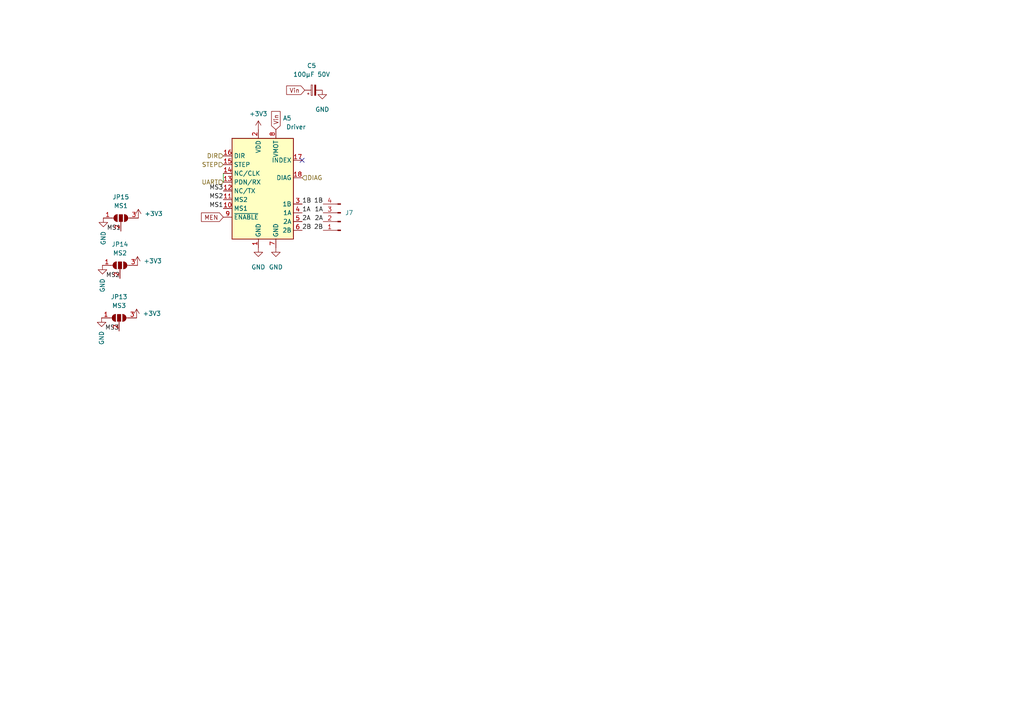
<source format=kicad_sch>
(kicad_sch (version 20211123) (generator eeschema)
  (paper "A4")
  (lib_symbols
    (symbol "Connector:Conn_01x04_Male" (pin_names (offset 1.016) hide)
      (property "Reference" "J" (at 0 5.08 0))
      (property "Value" "Conn_01x04_Male" (at 0 -7.62 0))
      (symbol "Conn_01x04_Male_1_1"
        (polyline (pts (xy 1.27 -5.08) (xy 0.8636 -5.08)) (stroke (width 0.1524)))
        (polyline (pts (xy 1.27 -2.54) (xy 0.8636 -2.54)) (stroke (width 0.1524)))
        (polyline (pts (xy 1.27 0) (xy 0.8636 0)) (stroke (width 0.1524)))
        (polyline (pts (xy 1.27 2.54) (xy 0.8636 2.54)) (stroke (width 0.1524)))
        (rectangle (start 0.8636 -4.953) (end 0 -5.207) (stroke (width 0.1524)) (fill (type outline)))
        (rectangle (start 0.8636 -2.413) (end 0 -2.667) (stroke (width 0.1524)) (fill (type outline)))
        (rectangle (start 0.8636 0.127) (end 0 -0.127) (stroke (width 0.1524)) (fill (type outline)))
        (rectangle (start 0.8636 2.667) (end 0 2.413) (stroke (width 0.1524)) (fill (type outline)))
        (pin passive line (at 5.08 2.54 180) (length 3.81) (name "Pin_1") (number "1"))
        (pin passive line (at 5.08 0 180) (length 3.81) (name "Pin_2") (number "2"))
        (pin passive line (at 5.08 -2.54 180) (length 3.81) (name "Pin_3") (number "3"))
        (pin passive line (at 5.08 -5.08 180) (length 3.81) (name "Pin_4") (number "4"))
      )
    )
    (symbol "Device:C_Polarized_Small" (pin_numbers hide) (pin_names (offset 0.254) hide)
      (property "Reference" "C" (at 0.254 1.778 0))
      (property "Value" "C_Polarized_Small" (at 0.254 -2.032 0))
      (symbol "C_Polarized_Small_0_1"
        (rectangle (start -1.524 -0.3048) (end 1.524 -0.6858) (fill (type outline)))
        (rectangle (start -1.524 0.6858) (end 1.524 0.3048))
        (polyline (pts (xy -1.27 1.524) (xy -0.762 1.524)))
        (polyline (pts (xy -1.016 1.27) (xy -1.016 1.778)))
      )
      (symbol "C_Polarized_Small_1_1"
        (pin passive line (at 0 2.54 270) (length 1.8542) (name "~") (number "1"))
        (pin passive line (at 0 -2.54 90) (length 1.8542) (name "~") (number "2"))
      )
    )
    (symbol "Jumper:SolderJumper_3_Open" (pin_names (offset 0) hide)
      (property "Reference" "JP" (at -2.54 -2.54 0))
      (property "Value" "SolderJumper_3_Open" (at 0 2.794 0))
      (symbol "SolderJumper_3_Open_0_1"
        (arc (start -1.016 1.016) (mid -2.032 0) (end -1.016 -1.016))
        (arc (start -1.016 1.016) (mid -2.032 0) (end -1.016 -1.016) (fill (type outline)))
        (rectangle (start -0.508 1.016) (end 0.508 -1.016) (fill (type outline)))
        (polyline (pts (xy -2.54 0) (xy -2.032 0)))
        (polyline (pts (xy -1.016 1.016) (xy -1.016 -1.016)))
        (polyline (pts (xy 0 -1.27) (xy 0 -1.016)))
        (polyline (pts (xy 1.016 1.016) (xy 1.016 -1.016)))
        (polyline (pts (xy 2.54 0) (xy 2.032 0)))
        (arc (start 1.016 -1.016) (mid 2.032 0) (end 1.016 1.016))
        (arc (start 1.016 -1.016) (mid 2.032 0) (end 1.016 1.016) (fill (type outline)))
      )
      (symbol "SolderJumper_3_Open_1_1"
        (pin passive line (at -5.08 0 0) (length 2.54) (name "A") (number "1"))
        (pin passive line (at 0 -3.81 90) (length 2.54) (name "C") (number "2"))
        (pin passive line (at 5.08 0 180) (length 2.54) (name "B") (number "3"))
      )
    )
    (symbol "TMCSockets:MKS_TMC2209"
      (property "Reference" "A" (at 10.16 19.05 0))
      (property "Value" "MKS_TMC2209" (at 10.16 15.24 0))
      (symbol "MKS_TMC2209_0_1"
        (rectangle (start -8.89 13.97) (end 8.89 -15.24) (stroke (width 0.254)) (fill (type background)))
      )
      (symbol "MKS_TMC2209_1_1"
        (pin power_in line (at -1.27 -17.78 90) (length 2.54) (name "GND") (number "1"))
        (pin input line (at -11.43 -6.35 0) (length 2.54) (name "MS1") (number "10"))
        (pin input line (at -11.43 -3.81 0) (length 2.54) (name "MS2") (number "11"))
        (pin input line (at -11.43 -1.27 0) (length 2.54) (name "NC/TX") (number "12"))
        (pin input line (at -11.43 1.27 0) (length 2.54) (name "PDN/RX") (number "13"))
        (pin input line (at -11.43 3.81 0) (length 2.54) (name "NC/CLK") (number "14"))
        (pin input line (at -11.43 6.35 0) (length 2.54) (name "STEP") (number "15"))
        (pin input line (at -11.43 8.89 0) (length 2.54) (name "DIR") (number "16"))
        (pin output line (at 11.43 7.62 180) (length 2.54) (name "INDEX") (number "17"))
        (pin output line (at 11.43 2.54 180) (length 2.54) (name "DIAG") (number "18"))
        (pin power_in line (at -1.27 16.51 270) (length 2.54) (name "VDD") (number "2"))
        (pin output line (at 11.43 -5.08 180) (length 2.54) (name "1B") (number "3"))
        (pin output line (at 11.43 -7.62 180) (length 2.54) (name "1A") (number "4"))
        (pin output line (at 11.43 -10.16 180) (length 2.54) (name "2A") (number "5"))
        (pin output line (at 11.43 -12.7 180) (length 2.54) (name "2B") (number "6"))
        (pin power_in line (at 3.81 -17.78 90) (length 2.54) (name "GND") (number "7"))
        (pin power_in line (at 3.81 16.51 270) (length 2.54) (name "VMOT") (number "8"))
        (pin input line (at -11.43 -8.89 0) (length 2.54) (name "~{ENABLE}") (number "9"))
      )
    )
    (symbol "power:+3V3" (power) (pin_names (offset 0))
      (property "Value" "+3V3" (at 0 3.556 0))
      (symbol "+3V3_0_1"
        (polyline (pts (xy -0.762 1.27) (xy 0 2.54)))
        (polyline (pts (xy 0 0) (xy 0 2.54)))
        (polyline (pts (xy 0 2.54) (xy 0.762 1.27)))
      )
      (symbol "+3V3_1_1"
        (pin power_in line (at 0 0 90) (length 0) hide (name "+3V3") (number "1"))
      )
    )
    (symbol "power:GND" (power) (pin_names (offset 0))
      (property "Value" "GND" (at 0 -3.81 0))
      (symbol "GND_0_1"
        (polyline (pts (xy 0 0) (xy 0 -1.27) (xy 1.27 -1.27) (xy 0 -2.54) (xy -1.27 -1.27) (xy 0 -1.27)))
      )
      (symbol "GND_1_1"
        (pin power_in line (at 0 0 270) (length 0) hide (name "GND") (number "1"))
      )
    )
  )
  (no_connect (at 87.63 46.482))
  (wire (pts (xy 64.77 50.292) (xy 64.77 52.832)))
  (label "2A" (at 93.726 64.262 180))
  (label "1A" (at 87.63 61.722 0))
  (label "2B" (at 93.726 66.802 180))
  (label "MS1" (at 35.052 67.056 180))
  (label "1B" (at 93.726 59.182 180))
  (label "MS3" (at 64.77 55.372 180))
  (label "MS1" (at 64.77 60.452 180))
  (label "MS2" (at 34.798 80.772 180))
  (label "2A" (at 87.63 64.262 0))
  (label "1A" (at 93.726 61.722 180))
  (label "MS2" (at 64.77 57.912 180))
  (label "2B" (at 87.63 66.802 0))
  (label "MS3" (at 34.544 96.012 180))
  (label "1B" (at 87.63 59.182 0))
  (global_label "Vin" (shape input) (at 80.01 37.592 90) (property "Intersheet References" "${INTERSHEET_REFS}" (effects hide)))
  (global_label "MEN" (shape input) (at 64.77 62.992 180) (property "Intersheet References" "${INTERSHEET_REFS}" (effects hide)))
  (global_label "Vin" (shape input) (at 88.392 26.162 180) (property "Intersheet References" "${INTERSHEET_REFS}" (effects hide)))
  (hierarchical_label "UART" (shape input) (at 64.77 52.832 180))
  (hierarchical_label "DIR" (shape input) (at 64.77 45.212 180))
  (hierarchical_label "STEP" (shape input) (at 64.77 47.752 180))
  (hierarchical_label "DIAG" (shape input) (at 87.63 51.562 0))
  (symbol (lib_id "power:GND") (at 74.93 71.882 0) (unit 1)
    (property "Reference" "#PWR023" (effects hide))
    (property "Value" "GND" (at 74.93 77.47 0))
  )
  (symbol (lib_id "power:GND") (at 29.464 92.202 0) (unit 1)
    (property "Reference" "#PWR055" (effects hide))
    (property "Value" "GND" (at 29.464 100.076 90) (effects (justify left)))
  )
  (symbol (lib_id "power:GND") (at 29.972 63.246 0) (unit 1)
    (property "Reference" "#PWR057" (effects hide))
    (property "Value" "GND" (at 29.972 71.12 90) (effects (justify left)))
  )
  (symbol (lib_id "TMCSockets:MKS_TMC2209") (at 76.2 54.102 0) (unit 1)
    (property "Reference" "A5" (at 82.0294 34.29 0) (effects (justify left)))
    (property "Value" "${SHEETNAME} Driver" (at 82.0294 36.83 0) (effects (justify left)))
    (property "Footprint" "TMCSockets:TMC220X" (effects hide))
  )
  (symbol (lib_id "power:GND") (at 29.718 76.962 0) (unit 1)
    (property "Reference" "#PWR056" (effects hide))
    (property "Value" "GND" (at 29.718 84.836 90) (effects (justify left)))
  )
  (symbol (lib_id "Jumper:SolderJumper_3_Open") (at 35.052 63.246 0) (unit 1)
    (property "Reference" "JP15" (at 35.052 57.15 0))
    (property "Value" "MS1" (at 35.052 59.69 0))
    (property "Footprint" "Jumper:SolderJumper-3_P1.3mm_Open_RoundedPad1.0x1.5mm" (effects hide))
  )
  (symbol (lib_id "power:+3V3") (at 39.624 92.202 0) (unit 1)
    (property "Reference" "#PWR058" (effects hide))
    (property "Value" "+3V3" (at 41.402 90.9319 0) (effects (justify left)))
  )
  (symbol (lib_id "power:GND") (at 80.01 71.882 0) (unit 1)
    (property "Reference" "#PWR024" (effects hide))
    (property "Value" "GND" (at 80.01 77.47 0))
  )
  (symbol (lib_id "Jumper:SolderJumper_3_Open") (at 34.798 76.962 0) (unit 1)
    (property "Reference" "JP14" (at 34.798 70.866 0))
    (property "Value" "MS2" (at 34.798 73.406 0))
    (property "Footprint" "Jumper:SolderJumper-3_P1.3mm_Open_RoundedPad1.0x1.5mm" (effects hide))
  )
  (symbol (lib_id "power:+3V3") (at 74.93 37.592 0) (unit 1)
    (property "Reference" "#PWR022" (effects hide))
    (property "Value" "+3V3" (at 74.93 33.02 0))
  )
  (symbol (lib_id "Jumper:SolderJumper_3_Open") (at 34.544 92.202 0) (unit 1)
    (property "Reference" "JP13" (at 34.544 86.106 0))
    (property "Value" "MS3" (at 34.544 88.646 0))
    (property "Footprint" "Jumper:SolderJumper-3_P1.3mm_Open_RoundedPad1.0x1.5mm" (effects hide))
  )
  (symbol (lib_id "power:+3V3") (at 40.132 63.246 0) (unit 1)
    (property "Reference" "#PWR060" (effects hide))
    (property "Value" "+3V3" (at 41.91 61.9759 0) (effects (justify left)))
  )
  (symbol (lib_id "Device:C_Polarized_Small") (at 90.932 26.162 90) (unit 1)
    (property "Reference" "C5" (at 90.3859 19.05 90))
    (property "Value" "100µF 50V" (at 90.3859 21.59 90))
    (property "Footprint" "Capacitor_SMD:CP_Elec_6.3x7.7" (effects hide))
  )
  (symbol (lib_id "power:+3V3") (at 39.878 76.962 0) (unit 1)
    (property "Reference" "#PWR059" (effects hide))
    (property "Value" "+3V3" (at 41.656 75.6919 0) (effects (justify left)))
  )
  (symbol (lib_id "Connector:Conn_01x04_Male") (at 98.806 64.262 180) (unit 1)
    (property "Reference" "J7" (at 100.076 61.7219 0) (effects (justify right)))
    (property "Value" "${SHEETNAME}" (at 100.076 64.2619 0) (effects (justify right)))
    (property "Footprint" "Connector_JST:JST_XH_B4B-XH-A_1x04_P2.50mm_Vertical" (effects hide))
  )
  (symbol (lib_id "power:GND") (at 93.472 26.162 0) (unit 1)
    (property "Reference" "#PWR025" (effects hide))
    (property "Value" "GND" (at 93.472 31.75 0))
  )
)
</source>
